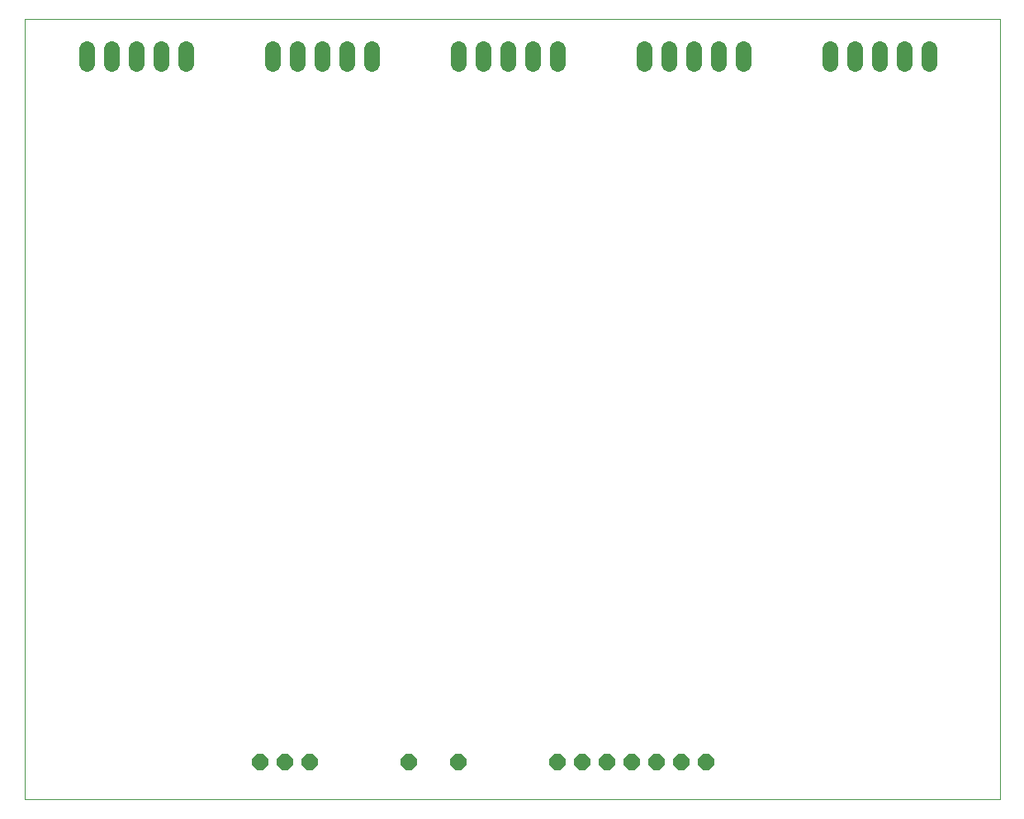
<source format=gbs>
G75*
%MOIN*%
%OFA0B0*%
%FSLAX25Y25*%
%IPPOS*%
%LPD*%
%AMOC8*
5,1,8,0,0,1.08239X$1,22.5*
%
%ADD10C,0.00000*%
%ADD11C,0.06400*%
%ADD12OC8,0.06400*%
D10*
X0001000Y0001000D02*
X0001000Y0315961D01*
X0394701Y0315961D01*
X0394701Y0001000D01*
X0001000Y0001000D01*
D11*
X0026000Y0298000D02*
X0026000Y0304000D01*
X0036000Y0304000D02*
X0036000Y0298000D01*
X0046000Y0298000D02*
X0046000Y0304000D01*
X0056000Y0304000D02*
X0056000Y0298000D01*
X0066000Y0298000D02*
X0066000Y0304000D01*
X0101000Y0304000D02*
X0101000Y0298000D01*
X0111000Y0298000D02*
X0111000Y0304000D01*
X0121000Y0304000D02*
X0121000Y0298000D01*
X0131000Y0298000D02*
X0131000Y0304000D01*
X0141000Y0304000D02*
X0141000Y0298000D01*
X0176000Y0298000D02*
X0176000Y0304000D01*
X0186000Y0304000D02*
X0186000Y0298000D01*
X0196000Y0298000D02*
X0196000Y0304000D01*
X0206000Y0304000D02*
X0206000Y0298000D01*
X0216000Y0298000D02*
X0216000Y0304000D01*
X0251000Y0304000D02*
X0251000Y0298000D01*
X0261000Y0298000D02*
X0261000Y0304000D01*
X0271000Y0304000D02*
X0271000Y0298000D01*
X0281000Y0298000D02*
X0281000Y0304000D01*
X0291000Y0304000D02*
X0291000Y0298000D01*
X0326000Y0298000D02*
X0326000Y0304000D01*
X0336000Y0304000D02*
X0336000Y0298000D01*
X0346000Y0298000D02*
X0346000Y0304000D01*
X0356000Y0304000D02*
X0356000Y0298000D01*
X0366000Y0298000D02*
X0366000Y0304000D01*
D12*
X0276000Y0016000D03*
X0266000Y0016000D03*
X0256000Y0016000D03*
X0246000Y0016000D03*
X0236000Y0016000D03*
X0226000Y0016000D03*
X0216000Y0016000D03*
X0176000Y0016000D03*
X0156000Y0016000D03*
X0116000Y0016000D03*
X0106000Y0016000D03*
X0096000Y0016000D03*
M02*

</source>
